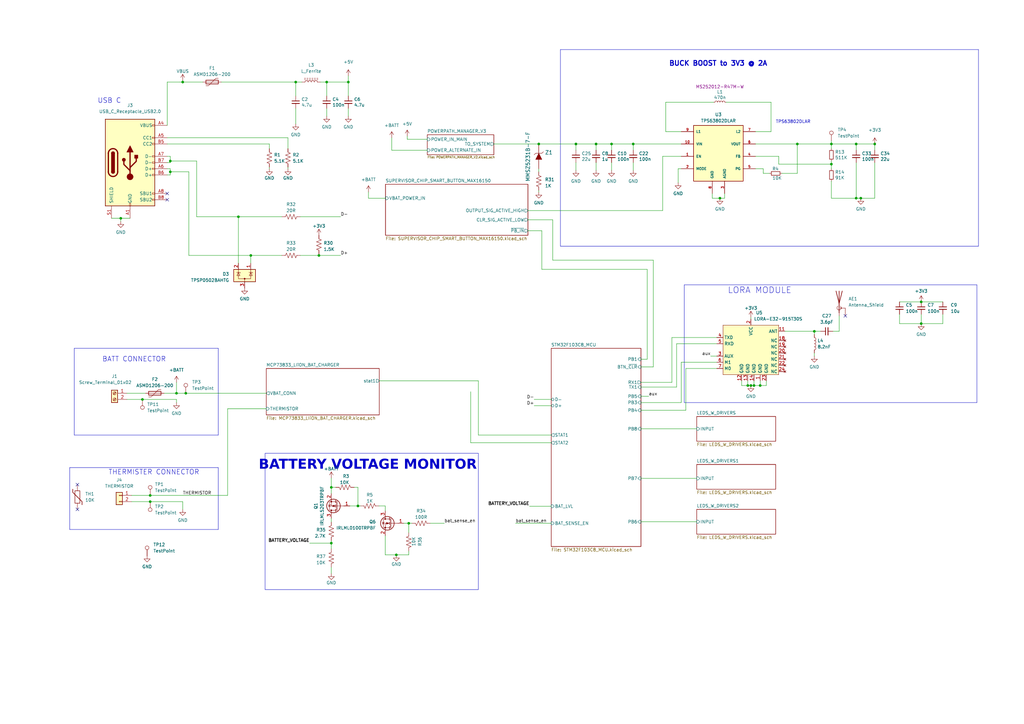
<source format=kicad_sch>
(kicad_sch (version 20230121) (generator eeschema)
  (paper "A3")
  (lib_symbols
    (symbol "Connector:Screw_Terminal_01x02" (pin_names (offset 1.016) hide)
      (property "Reference" "J" (at 0 2.54 0))
      (property "Value" "Screw_Terminal_01x02" (at 0 -5.08 0))
      (symbol "Screw_Terminal_01x02_1_1"
        (pin passive line (at -5.08 0 0) (length 3.81) (name "Pin_1") (number "1"))
        (pin passive line (at -5.08 -2.54 0) (length 3.81) (name "Pin_2") (number "2"))
      )
    )
    (symbol "Connector:TestPoint" (pin_numbers hide) (pin_names (offset 0.762) hide)
      (property "Reference" "TP" (at 0 6.858 0))
      (property "Value" "TestPoint" (at 0 5.08 0))
      (symbol "TestPoint_1_1"
        (pin passive line (at 0 0 90) (length 2.54) (name "1") (number "1"))
      )
    )
    (symbol "Connector:USB_C_Receptacle_USB2.0" (pin_names (offset 1.016))
      (property "Reference" "J" (at -10.16 19.05 0))
      (property "Value" "USB_C_Receptacle_USB2.0" (at 19.05 19.05 0))
      (symbol "USB_C_Receptacle_USB2.0_1_1"
        (pin passive line (at 0 -22.86 90) (length 5.08) (name "GND") (number "A1"))
        (pin passive line (at 0 -22.86 90) (length 5.08) hide (name "GND") (number "A12"))
        (pin passive line (at 15.24 15.24 180) (length 5.08) (name "VBUS") (number "A4"))
        (pin bidirectional line (at 15.24 10.16 180) (length 5.08) (name "CC1") (number "A5"))
        (pin bidirectional line (at 15.24 -2.54 180) (length 5.08) (name "D+") (number "A6"))
        (pin bidirectional line (at 15.24 2.54 180) (length 5.08) (name "D-") (number "A7"))
        (pin bidirectional line (at 15.24 -12.7 180) (length 5.08) (name "SBU1") (number "A8"))
        (pin passive line (at 15.24 15.24 180) (length 5.08) hide (name "VBUS") (number "A9"))
        (pin passive line (at 0 -22.86 90) (length 5.08) hide (name "GND") (number "B1"))
        (pin passive line (at 0 -22.86 90) (length 5.08) hide (name "GND") (number "B12"))
        (pin passive line (at 15.24 15.24 180) (length 5.08) hide (name "VBUS") (number "B4"))
        (pin bidirectional line (at 15.24 7.62 180) (length 5.08) (name "CC2") (number "B5"))
        (pin bidirectional line (at 15.24 -5.08 180) (length 5.08) (name "D+") (number "B6"))
        (pin bidirectional line (at 15.24 0 180) (length 5.08) (name "D-") (number "B7"))
        (pin bidirectional line (at 15.24 -15.24 180) (length 5.08) (name "SBU2") (number "B8"))
        (pin passive line (at 15.24 15.24 180) (length 5.08) hide (name "VBUS") (number "B9"))
        (pin passive line (at -7.62 -22.86 90) (length 5.08) (name "SHIELD") (number "S1"))
      )
    )
    (symbol "Connector_Generic:Conn_01x02" (pin_names (offset 1.016) hide)
      (property "Reference" "J" (at 0 2.54 0))
      (property "Value" "Conn_01x02" (at 0 -5.08 0))
      (symbol "Conn_01x02_1_1"
        (pin passive line (at -5.08 0 0) (length 3.81) (name "Pin_1") (number "1"))
        (pin passive line (at -5.08 -2.54 0) (length 3.81) (name "Pin_2") (number "2"))
      )
    )
    (symbol "Device:Antenna_Shield" (pin_numbers hide) (pin_names (offset 1.016) hide)
      (property "Reference" "AE" (at -1.905 4.445 0))
      (property "Value" "Antenna_Shield" (at -1.905 2.54 0))
      (symbol "Antenna_Shield_1_1"
        (pin input line (at 0 -5.08 90) (length 2.54) (name "A") (number "1"))
        (pin input line (at 2.54 -5.08 90) (length 2.54) (name "Shield") (number "2"))
      )
    )
    (symbol "Device:C_Small" (pin_numbers hide) (pin_names (offset 0.254) hide)
      (property "Reference" "C" (at 0.254 1.778 0))
      (property "Value" "C_Small" (at 0.254 -2.032 0))
      (symbol "C_Small_1_1"
        (pin passive line (at 0 2.54 270) (length 2.032) (name "~") (number "1"))
        (pin passive line (at 0 -2.54 90) (length 2.032) (name "~") (number "2"))
      )
    )
    (symbol "Device:L" (pin_numbers hide) (pin_names (offset 1.016) hide)
      (property "Reference" "L" (at -1.27 0 90))
      (property "Value" "L" (at 1.905 0 90))
      (symbol "L_1_1"
        (pin passive line (at 0 3.81 270) (length 1.27) (name "1") (number "1"))
        (pin passive line (at 0 -3.81 90) (length 1.27) (name "2") (number "2"))
      )
    )
    (symbol "Device:L_Ferrite" (pin_numbers hide) (pin_names (offset 1.016) hide)
      (property "Reference" "L" (at -1.27 0 90))
      (property "Value" "L_Ferrite" (at 2.794 0 90))
      (symbol "L_Ferrite_1_1"
        (pin passive line (at 0 3.81 270) (length 1.27) (name "1") (number "1"))
        (pin passive line (at 0 -3.81 90) (length 1.27) (name "2") (number "2"))
      )
    )
    (symbol "Device:L_Small" (pin_numbers hide) (pin_names (offset 0.254) hide)
      (property "Reference" "L" (at 0.762 1.016 0))
      (property "Value" "L_Small" (at 0.762 -1.016 0))
      (symbol "L_Small_1_1"
        (pin passive line (at 0 2.54 270) (length 0.508) (name "~") (number "1"))
        (pin passive line (at 0 -2.54 90) (length 0.508) (name "~") (number "2"))
      )
    )
    (symbol "Device:Polyfuse" (pin_numbers hide) (pin_names (offset 0))
      (property "Reference" "F" (at -2.54 0 90))
      (property "Value" "Polyfuse" (at 2.54 0 90))
      (symbol "Polyfuse_1_1"
        (pin passive line (at 0 3.81 270) (length 1.27) (name "~") (number "1"))
        (pin passive line (at 0 -3.81 90) (length 1.27) (name "~") (number "2"))
      )
    )
    (symbol "Device:Q_NMOS_GSD" (pin_names (offset 0) hide)
      (property "Reference" "Q" (at 5.08 1.27 0))
      (property "Value" "Q_NMOS_GSD" (at 5.08 -1.27 0))
      (symbol "Q_NMOS_GSD_1_1"
        (pin input line (at -5.08 0 0) (length 2.54) (name "G") (number "1"))
        (pin passive line (at 2.54 -5.08 90) (length 2.54) (name "S") (number "2"))
        (pin passive line (at 2.54 5.08 270) (length 2.54) (name "D") (number "3"))
      )
    )
    (symbol "Device:Q_PMOS_GSD" (pin_names (offset 0) hide)
      (property "Reference" "Q" (at 5.08 1.27 0))
      (property "Value" "Q_PMOS_GSD" (at 5.08 -1.27 0))
      (symbol "Q_PMOS_GSD_1_1"
        (pin input line (at -5.08 0 0) (length 2.54) (name "G") (number "1"))
        (pin passive line (at 2.54 -5.08 90) (length 2.54) (name "S") (number "2"))
        (pin passive line (at 2.54 5.08 270) (length 2.54) (name "D") (number "3"))
      )
    )
    (symbol "Device:R_Small" (pin_numbers hide) (pin_names (offset 0.254) hide)
      (property "Reference" "R" (at 0.762 0.508 0))
      (property "Value" "R_Small" (at 0.762 -1.016 0))
      (symbol "R_Small_1_1"
        (pin passive line (at 0 2.54 270) (length 0.762) (name "~") (number "1"))
        (pin passive line (at 0 -2.54 90) (length 0.762) (name "~") (number "2"))
      )
    )
    (symbol "Device:R_US" (pin_numbers hide) (pin_names (offset 0))
      (property "Reference" "R" (at 2.54 0 90))
      (property "Value" "R_US" (at -2.54 0 90))
      (symbol "R_US_1_1"
        (pin passive line (at 0 3.81 270) (length 1.27) (name "~") (number "1"))
        (pin passive line (at 0 -3.81 90) (length 1.27) (name "~") (number "2"))
      )
    )
    (symbol "Device:Thermistor" (pin_numbers hide) (pin_names (offset 0))
      (property "Reference" "TH" (at 2.54 1.27 90))
      (property "Value" "Thermistor" (at -2.54 0 90))
      (symbol "Thermistor_1_1"
        (pin passive line (at 0 5.08 270) (length 2.54) (name "~") (number "1"))
        (pin passive line (at 0 -5.08 90) (length 2.54) (name "~") (number "2"))
      )
    )
    (symbol "GCL_Integrated-Circuits:LORA-E32-915T30S"
      (property "Reference" "U" (at 3.81 3.81 0))
      (property "Value" "LORA-E32-915T30S" (at 3.81 1.27 0))
      (symbol "LORA-E32-915T30S_0_0"
        (pin power_in line (at 19.05 -24.13 90) (length 2.54) (name "GND") (number "1"))
        (pin power_in line (at 29.21 -3.81 180) (length 2.54) (name "ANT") (number "11"))
        (pin power_in line (at 11.43 -24.13 90) (length 2.54) (name "GND") (number "12"))
        (pin power_in line (at 13.97 -24.13 90) (length 2.54) (name "GND") (number "13"))
        (pin power_in line (at 16.51 -24.13 90) (length 2.54) (name "GND") (number "14"))
        (pin no_connect line (at 29.21 -7.62 180) (length 2.54) (name "NC") (number "18"))
        (pin no_connect line (at 29.21 -10.16 180) (length 2.54) (name "NC") (number "19"))
        (pin power_in line (at 15.24 1.27 270) (length 2.54) (name "VCC") (number "2"))
        (pin no_connect line (at 29.21 -12.7 180) (length 2.54) (name "NC") (number "20"))
        (pin no_connect line (at 29.21 -15.24 180) (length 2.54) (name "NC") (number "21"))
        (pin no_connect line (at 29.21 -17.78 180) (length 2.54) (name "NC") (number "22"))
        (pin power_in line (at 21.59 -24.13 90) (length 2.54) (name "GND") (number "23"))
        (pin no_connect line (at 29.21 -20.32 180) (length 2.54) (name "NC") (number "24"))
        (pin output line (at 1.27 -13.97 0) (length 2.54) (name "AUX") (number "3"))
        (pin passive line (at 1.27 -6.35 0) (length 2.54) (name "TXD") (number "4"))
        (pin passive line (at 1.27 -8.89 0) (length 2.54) (name "RXD") (number "5"))
        (pin passive line (at 1.27 -16.51 0) (length 2.54) (name "M1") (number "6"))
        (pin passive line (at 1.27 -19.05 0) (length 2.54) (name "M0") (number "7"))
      )
    )
    (symbol "Power_Protection:SP0502BAHT" (pin_names hide)
      (property "Reference" "D" (at 5.715 2.54 0))
      (property "Value" "SP0502BAHT" (at 5.715 0.635 0))
      (symbol "SP0502BAHT_0_0"
        (pin passive line (at 0 -5.08 90) (length 2.54) (name "A") (number "3"))
      )
      (symbol "SP0502BAHT_1_1"
        (pin passive line (at -2.54 5.08 270) (length 2.54) (name "K") (number "1"))
        (pin passive line (at 2.54 5.08 270) (length 2.54) (name "K") (number "2"))
      )
    )
    (symbol "TPS63802DLAR:TPS63802DLAR" (pin_names (offset 1.016))
      (property "Reference" "U?" (at 0 17.78 0))
      (property "Value" "TPS63802DLAR" (at 0 15.24 0))
      (symbol "TPS63802DLAR_0_0"
        (pin input line (at -15.24 0 0) (length 5.08) (name "EN") (number "1"))
        (pin input line (at -15.24 5.08 0) (length 5.08) (name "VIN") (number "10"))
        (pin input line (at -15.24 -5.08 0) (length 5.08) (name "MODE") (number "2"))
        (pin power_in line (at 2.54 -15.24 90) (length 5.08) (name "AGND") (number "3"))
        (pin input line (at 15.24 0 180) (length 5.08) (name "FB") (number "4"))
        (pin output line (at 15.24 -5.08 180) (length 5.08) (name "PG") (number "5"))
        (pin output line (at 15.24 5.08 180) (length 5.08) (name "VOUT") (number "6"))
        (pin passive line (at 15.24 10.16 180) (length 5.08) (name "L2") (number "7"))
        (pin power_in line (at -2.54 -15.24 90) (length 5.08) (name "GND") (number "8"))
        (pin passive line (at -15.24 10.16 0) (length 5.08) (name "L1") (number "9"))
      )
    )
    (symbol "dk_Diodes-Zener-Single:MMSZ5231B-7-F" (pin_numbers hide) (pin_names (offset 0) hide)
      (property "Reference" "Z" (at 0 3.81 0))
      (property "Value" "MMSZ5231B-7-F" (at 0 -3.81 0))
      (symbol "MMSZ5231B-7-F_1_1"
        (pin passive line (at -5.08 0 0) (length 3.81) (name "~") (number "A"))
        (pin passive line (at 5.08 0 180) (length 3.81) (name "~") (number "K"))
      )
    )
    (symbol "power:+3V3" (power) (pin_names (offset 0))
      (property "Value" "+3V3" (at 0 3.556 0))
      (symbol "+3V3_1_1"
        (pin power_in line (at 0 0 90) (length 0) hide (name "+3V3") (number "1"))
      )
    )
    (symbol "power:+5V" (power) (pin_names (offset 0))
      (property "Value" "+5V" (at 0 3.556 0))
      (symbol "+5V_1_1"
        (pin power_in line (at 0 0 90) (length 0) hide (name "+5V") (number "1"))
      )
    )
    (symbol "power:+BATT" (power) (pin_names (offset 0))
      (property "Value" "+BATT" (at 0 3.556 0))
      (symbol "+BATT_1_1"
        (pin power_in line (at 0 0 90) (length 0) hide (name "+BATT") (number "1"))
      )
    )
    (symbol "power:GND" (power) (pin_names (offset 0))
      (property "Value" "GND" (at 0 -3.81 0))
      (symbol "GND_1_1"
        (pin power_in line (at 0 0 270) (length 0) hide (name "GND") (number "1"))
      )
    )
    (symbol "power:VBUS" (power) (pin_names (offset 0))
      (property "Value" "VBUS" (at 0 3.81 0))
      (symbol "VBUS_1_1"
        (pin power_in line (at 0 0 90) (length 0) hide (name "VBUS") (number "1"))
      )
    )
  )
  (junction (at 69.85 70.485))
  (junction (at 295.275 81.28))
  (junction (at 49.53 89.535))
  (junction (at 167.64 214.63))
  (junction (at 121.285 33.655))
  (junction (at 97.79 88.9))
  (junction (at 351.155 59.055))
  (junction (at 377.825 123.825))
  (junction (at 58.42 163.83))
  (junction (at 327.025 59.055))
  (junction (at 146.812 207.518))
  (junction (at 351.155 81.28))
  (junction (at 334.01 135.89))
  (junction (at 142.875 33.655))
  (junction (at 358.775 59.055))
  (junction (at 133.985 33.655))
  (junction (at 236.22 59.055))
  (junction (at 340.995 59.055))
  (junction (at 135.89 199.898))
  (junction (at 130.81 104.775))
  (junction (at 340.995 67.31))
  (junction (at 311.785 158.115))
  (junction (at 353.06 81.28))
  (junction (at 309.245 158.115))
  (junction (at 69.85 66.04))
  (junction (at 259.715 59.055))
  (junction (at 250.825 59.055))
  (junction (at 162.56 227.584))
  (junction (at 61.595 205.74))
  (junction (at 244.475 59.055))
  (junction (at 76.2 161.29))
  (junction (at 72.39 161.29))
  (junction (at 135.89 222.758))
  (junction (at 377.825 132.715))
  (junction (at 306.705 158.115))
  (junction (at 307.975 158.115))
  (junction (at 74.93 33.655))
  (junction (at 102.87 104.775))
  (junction (at 61.595 203.2))
  (junction (at 220.98 59.055))
  (no_connect (at 31.75 208.915))
  (no_connect (at 31.75 198.755))
  (no_connect (at 346.71 129.54))
  (no_connect (at 68.58 81.915))
  (no_connect (at 68.58 79.375))
  (wire (pts (xy 74.93 33.655) (xy 83.185 33.655)))
  (wire (pts (xy 277.495 158.75) (xy 262.89 158.75)))
  (wire (pts (xy 155.575 156.21) (xy 196.215 156.21)))
  (wire (pts (xy 262.89 156.845) (xy 275.59 156.845)))
  (wire (pts (xy 80.645 66.04) (xy 80.645 88.9)))
  (wire (pts (xy 131.445 33.655) (xy 133.985 33.655)))
  (wire (pts (xy 279.4 53.975) (xy 273.05 53.975)))
  (wire (pts (xy 168.91 214.63) (xy 167.64 214.63)))
  (wire (pts (xy 220.98 59.055) (xy 236.22 59.055)))
  (wire (pts (xy 68.58 33.655) (xy 68.58 51.435)))
  (wire (pts (xy 90.805 33.655) (xy 121.285 33.655)))
  (polyline (pts (xy 28.575 191.77) (xy 89.535 191.77)))
  (wire (pts (xy 142.875 31.115) (xy 142.875 33.655)))
  (wire (pts (xy 72.39 165.1) (xy 72.39 163.83)))
  (wire (pts (xy 69.85 70.485) (xy 69.85 69.215)))
  (wire (pts (xy 68.58 66.675) (xy 69.85 66.675)))
  (wire (pts (xy 259.715 59.055) (xy 279.4 59.055)))
  (wire (pts (xy 358.775 59.055) (xy 358.775 61.595)))
  (wire (pts (xy 340.995 81.28) (xy 351.155 81.28)))
  (wire (pts (xy 93.345 167.64) (xy 93.345 203.2)))
  (wire (pts (xy 77.47 104.775) (xy 102.87 104.775)))
  (wire (pts (xy 167.64 227.584) (xy 162.56 227.584)))
  (wire (pts (xy 145.288 199.898) (xy 146.812 199.898)))
  (wire (pts (xy 123.19 88.9) (xy 139.7 88.9)))
  (wire (pts (xy 167.64 218.44) (xy 167.64 214.63)))
  (wire (pts (xy 146.812 207.518) (xy 143.51 207.518)))
  (wire (pts (xy 160.655 56.515) (xy 160.655 61.595)))
  (wire (pts (xy 313.055 69.215) (xy 313.055 71.12)))
  (wire (pts (xy 167.64 227.584) (xy 167.64 226.06)))
  (wire (pts (xy 351.155 59.055) (xy 358.775 59.055)))
  (wire (pts (xy 351.155 81.28) (xy 353.06 81.28)))
  (wire (pts (xy 45.72 89.535) (xy 49.53 89.535)))
  (wire (pts (xy 275.59 138.43) (xy 294.005 138.43)))
  (wire (pts (xy 244.475 66.675) (xy 244.475 69.85)))
  (wire (pts (xy 110.49 68.58) (xy 110.49 69.215)))
  (polyline (pts (xy 400.685 165.1) (xy 280.67 165.1)))
  (wire (pts (xy 193.04 181.61) (xy 193.04 160.655)))
  (wire (pts (xy 262.89 196.215) (xy 285.75 196.215)))
  (wire (pts (xy 74.93 205.74) (xy 74.93 208.915)))
  (wire (pts (xy 61.595 203.2) (xy 93.345 203.2)))
  (wire (pts (xy 226.695 90.17) (xy 226.695 106.68)))
  (wire (pts (xy 121.285 44.45) (xy 121.285 50.8)))
  (wire (pts (xy 279.4 165.1) (xy 279.4 148.59)))
  (wire (pts (xy 309.245 158.115) (xy 311.785 158.115)))
  (wire (pts (xy 167.005 57.15) (xy 175.26 57.15)))
  (wire (pts (xy 216.535 90.17) (xy 226.695 90.17)))
  (wire (pts (xy 226.06 166.37) (xy 219.075 166.37)))
  (wire (pts (xy 244.475 59.055) (xy 244.475 61.595)))
  (wire (pts (xy 309.245 156.21) (xy 309.245 158.115)))
  (wire (pts (xy 351.155 66.675) (xy 351.155 81.28)))
  (wire (pts (xy 76.2 161.29) (xy 109.22 161.29)))
  (wire (pts (xy 262.89 162.56) (xy 266.065 162.56)))
  (wire (pts (xy 72.39 161.29) (xy 72.39 156.845)))
  (wire (pts (xy 196.215 156.21) (xy 196.215 178.435)))
  (wire (pts (xy 340.995 67.31) (xy 340.995 66.04)))
  (wire (pts (xy 334.01 137.16) (xy 334.01 135.89)))
  (polyline (pts (xy 89.535 191.77) (xy 89.535 217.17)))
  (wire (pts (xy 196.215 178.435) (xy 226.06 178.435)))
  (wire (pts (xy 250.825 66.675) (xy 250.825 69.85)))
  (wire (pts (xy 157.988 207.518) (xy 155.448 207.518)))
  (wire (pts (xy 121.285 33.655) (xy 121.285 39.37)))
  (wire (pts (xy 341.63 135.89) (xy 344.17 135.89)))
  (wire (pts (xy 97.79 88.9) (xy 115.57 88.9)))
  (wire (pts (xy 69.85 69.215) (xy 68.58 69.215)))
  (wire (pts (xy 267.97 150.495) (xy 267.97 106.68)))
  (wire (pts (xy 265.43 110.49) (xy 265.43 147.32)))
  (wire (pts (xy 135.89 232.664) (xy 135.89 235.204)))
  (wire (pts (xy 142.875 44.45) (xy 142.875 47.625)))
  (wire (pts (xy 316.23 53.975) (xy 309.88 53.975)))
  (wire (pts (xy 68.58 33.655) (xy 74.93 33.655)))
  (wire (pts (xy 69.85 64.135) (xy 68.58 64.135)))
  (wire (pts (xy 297.815 41.91) (xy 316.23 41.91)))
  (wire (pts (xy 222.25 94.615) (xy 222.25 110.49)))
  (wire (pts (xy 69.85 70.485) (xy 77.47 70.485)))
  (wire (pts (xy 368.935 123.825) (xy 377.825 123.825)))
  (wire (pts (xy 294.005 140.97) (xy 277.495 140.97)))
  (wire (pts (xy 67.31 161.29) (xy 72.39 161.29)))
  (wire (pts (xy 307.975 130.175) (xy 307.975 130.81)))
  (wire (pts (xy 118.11 68.58) (xy 118.11 69.215)))
  (wire (pts (xy 278.13 69.215) (xy 278.13 74.93)))
  (wire (pts (xy 340.995 81.28) (xy 340.995 74.295)))
  (wire (pts (xy 353.06 81.28) (xy 358.775 81.28)))
  (wire (pts (xy 202.565 59.055) (xy 220.98 59.055)))
  (wire (pts (xy 147.828 207.518) (xy 146.812 207.518)))
  (wire (pts (xy 297.18 81.28) (xy 297.18 79.375)))
  (wire (pts (xy 135.89 222.758) (xy 127 222.758)))
  (wire (pts (xy 368.935 128.905) (xy 368.935 132.715)))
  (wire (pts (xy 334.01 146.05) (xy 334.01 144.78)))
  (wire (pts (xy 216.535 94.615) (xy 222.25 94.615)))
  (wire (pts (xy 133.985 33.655) (xy 133.985 39.37)))
  (wire (pts (xy 262.89 147.32) (xy 265.43 147.32)))
  (wire (pts (xy 211.455 214.63) (xy 226.06 214.63)))
  (wire (pts (xy 368.935 132.715) (xy 377.825 132.715)))
  (wire (pts (xy 311.785 156.21) (xy 311.785 158.115)))
  (wire (pts (xy 309.88 59.055) (xy 327.025 59.055)))
  (wire (pts (xy 157.988 227.584) (xy 157.988 219.71)))
  (wire (pts (xy 109.22 167.64) (xy 93.345 167.64)))
  (wire (pts (xy 292.1 81.28) (xy 295.275 81.28)))
  (wire (pts (xy 271.78 64.135) (xy 279.4 64.135)))
  (wire (pts (xy 262.89 175.895) (xy 285.75 175.895)))
  (wire (pts (xy 102.87 104.775) (xy 115.57 104.775)))
  (wire (pts (xy 321.945 135.89) (xy 334.01 135.89)))
  (wire (pts (xy 262.89 213.995) (xy 285.75 213.995)))
  (polyline (pts (xy 89.535 142.875) (xy 89.535 178.435)))
  (polyline (pts (xy 30.48 142.875) (xy 89.535 142.875)))
  (wire (pts (xy 273.05 41.91) (xy 292.735 41.91)))
  (wire (pts (xy 277.495 140.97) (xy 277.495 158.75)))
  (polyline (pts (xy 229.87 20.32) (xy 401.32 20.32)))
  (wire (pts (xy 313.055 71.12) (xy 315.595 71.12)))
  (wire (pts (xy 77.47 70.485) (xy 77.47 104.775)))
  (wire (pts (xy 53.975 205.74) (xy 61.595 205.74)))
  (wire (pts (xy 319.405 67.31) (xy 340.995 67.31)))
  (wire (pts (xy 167.005 55.88) (xy 167.005 57.15)))
  (wire (pts (xy 309.88 69.215) (xy 313.055 69.215)))
  (wire (pts (xy 340.995 59.055) (xy 340.995 60.96)))
  (wire (pts (xy 53.975 203.2) (xy 61.595 203.2)))
  (wire (pts (xy 142.875 33.655) (xy 142.875 39.37)))
  (wire (pts (xy 306.705 156.21) (xy 306.705 158.115)))
  (wire (pts (xy 377.825 123.825) (xy 386.715 123.825)))
  (polyline (pts (xy 89.535 178.435) (xy 30.48 178.435)))
  (wire (pts (xy 314.325 158.115) (xy 314.325 156.21)))
  (wire (pts (xy 358.775 66.675) (xy 358.775 81.28)))
  (wire (pts (xy 281.305 168.275) (xy 281.305 151.13)))
  (polyline (pts (xy 400.685 116.84) (xy 400.685 165.1)))
  (wire (pts (xy 130.81 104.775) (xy 139.7 104.775)))
  (wire (pts (xy 135.89 196.088) (xy 135.89 199.898)))
  (wire (pts (xy 167.64 214.63) (xy 165.608 214.63)))
  (wire (pts (xy 340.995 67.31) (xy 340.995 69.215)))
  (wire (pts (xy 135.89 225.044) (xy 135.89 222.758)))
  (wire (pts (xy 74.93 33.02) (xy 74.93 33.655)))
  (wire (pts (xy 259.715 66.675) (xy 259.715 69.85)))
  (wire (pts (xy 304.165 156.21) (xy 304.165 158.115)))
  (wire (pts (xy 278.13 69.215) (xy 279.4 69.215)))
  (wire (pts (xy 133.985 33.655) (xy 142.875 33.655)))
  (wire (pts (xy 72.39 163.83) (xy 58.42 163.83)))
  (wire (pts (xy 118.11 56.515) (xy 118.11 60.96)))
  (wire (pts (xy 146.812 207.518) (xy 146.812 199.898)))
  (wire (pts (xy 295.275 81.28) (xy 297.18 81.28)))
  (wire (pts (xy 377.825 132.715) (xy 386.715 132.715)))
  (wire (pts (xy 334.01 135.89) (xy 336.55 135.89)))
  (wire (pts (xy 58.42 163.83) (xy 52.07 163.83)))
  (wire (pts (xy 69.85 66.04) (xy 69.85 64.135)))
  (polyline (pts (xy 229.87 100.965) (xy 401.32 100.965)))
  (wire (pts (xy 226.06 163.83) (xy 219.075 163.83)))
  (wire (pts (xy 133.985 44.45) (xy 133.985 47.625)))
  (wire (pts (xy 220.98 70.485) (xy 220.98 69.215)))
  (wire (pts (xy 123.19 104.775) (xy 130.81 104.775)))
  (wire (pts (xy 351.155 59.055) (xy 351.155 61.595)))
  (wire (pts (xy 135.89 212.598) (xy 135.89 214.122)))
  (polyline (pts (xy 280.67 116.84) (xy 280.67 165.1)))
  (wire (pts (xy 130.81 104.14) (xy 130.81 104.775)))
  (wire (pts (xy 273.05 53.975) (xy 273.05 41.91)))
  (wire (pts (xy 236.22 59.055) (xy 236.22 61.595)))
  (wire (pts (xy 61.595 205.74) (xy 74.93 205.74)))
  (wire (pts (xy 236.22 59.055) (xy 244.475 59.055)))
  (polyline (pts (xy 229.87 20.32) (xy 229.87 100.965)))
  (wire (pts (xy 176.53 214.63) (xy 182.245 214.63)))
  (wire (pts (xy 222.25 110.49) (xy 265.43 110.49)))
  (wire (pts (xy 275.59 156.845) (xy 275.59 138.43)))
  (wire (pts (xy 262.89 150.495) (xy 267.97 150.495)))
  (wire (pts (xy 121.285 33.655) (xy 123.825 33.655)))
  (wire (pts (xy 316.23 41.91) (xy 316.23 53.975)))
  (wire (pts (xy 97.79 88.9) (xy 97.79 107.95)))
  (wire (pts (xy 69.85 71.755) (xy 69.85 70.485)))
  (wire (pts (xy 175.26 61.595) (xy 160.655 61.595)))
  (wire (pts (xy 102.87 104.775) (xy 102.87 107.95)))
  (wire (pts (xy 158.115 81.28) (xy 151.13 81.28)))
  (wire (pts (xy 281.305 151.13) (xy 294.005 151.13)))
  (wire (pts (xy 307.975 158.115) (xy 309.245 158.115)))
  (wire (pts (xy 135.89 221.742) (xy 135.89 222.758)))
  (wire (pts (xy 80.645 88.9) (xy 97.79 88.9)))
  (wire (pts (xy 68.58 71.755) (xy 69.85 71.755)))
  (wire (pts (xy 226.06 181.61) (xy 193.04 181.61)))
  (wire (pts (xy 69.85 66.675) (xy 69.85 66.04)))
  (wire (pts (xy 319.405 67.31) (xy 319.405 64.135)))
  (wire (pts (xy 306.705 158.115) (xy 307.975 158.115)))
  (wire (pts (xy 386.715 132.715) (xy 386.715 128.905)))
  (wire (pts (xy 226.06 207.645) (xy 217.17 207.645)))
  (wire (pts (xy 319.405 64.135) (xy 309.88 64.135)))
  (wire (pts (xy 250.825 59.055) (xy 259.715 59.055)))
  (wire (pts (xy 135.89 199.898) (xy 135.89 202.438)))
  (wire (pts (xy 267.97 106.68) (xy 226.695 106.68)))
  (wire (pts (xy 220.98 78.105) (xy 220.98 78.74)))
  (wire (pts (xy 72.39 161.29) (xy 76.2 161.29)))
  (wire (pts (xy 311.785 158.115) (xy 314.325 158.115)))
  (wire (pts (xy 304.165 158.115) (xy 306.705 158.115)))
  (wire (pts (xy 69.85 66.04) (xy 80.645 66.04)))
  (wire (pts (xy 271.78 86.36) (xy 271.78 64.135)))
  (wire (pts (xy 377.825 128.905) (xy 377.825 132.715)))
  (wire (pts (xy 110.49 59.055) (xy 110.49 60.96)))
  (wire (pts (xy 162.56 227.584) (xy 157.988 227.584)))
  (wire (pts (xy 320.675 71.12) (xy 327.025 71.12)))
  (wire (pts (xy 344.17 129.54) (xy 344.17 135.89)))
  (wire (pts (xy 52.07 161.29) (xy 59.69 161.29)))
  (wire (pts (xy 68.58 56.515) (xy 118.11 56.515)))
  (wire (pts (xy 279.4 148.59) (xy 294.005 148.59)))
  (polyline (pts (xy 30.48 142.875) (xy 30.48 178.435)))
  (polyline (pts (xy 28.575 191.77) (xy 28.575 217.17)))
  (wire (pts (xy 259.715 59.055) (xy 259.715 61.595)))
  (wire (pts (xy 340.995 59.055) (xy 351.155 59.055)))
  (wire (pts (xy 216.535 86.36) (xy 271.78 86.36)))
  (wire (pts (xy 327.025 59.055) (xy 340.995 59.055)))
  (wire (pts (xy 340.995 57.785) (xy 340.995 59.055)))
  (polyline (pts (xy 280.67 116.84) (xy 400.685 116.84)))
  (wire (pts (xy 291.465 146.05) (xy 294.005 146.05)))
  (wire (pts (xy 250.825 59.055) (xy 250.825 61.595)))
  (wire (pts (xy 135.89 199.898) (xy 137.668 199.898)))
  (wire (pts (xy 292.1 79.375) (xy 292.1 81.28)))
  (wire (pts (xy 157.988 209.55) (xy 157.988 207.518)))
  (polyline (pts (xy 401.32 100.965) (xy 401.32 20.32)))
  (wire (pts (xy 236.22 66.675) (xy 236.22 69.85)))
  (wire (pts (xy 262.89 168.275) (xy 281.305 168.275)))
  (wire (pts (xy 262.89 165.1) (xy 279.4 165.1)))
  (wire (pts (xy 327.025 71.12) (xy 327.025 59.055)))
  (wire (pts (xy 68.58 59.055) (xy 110.49 59.055)))
  (polyline (pts (xy 89.535 217.17) (xy 28.575 217.17)))
  (wire (pts (xy 49.53 89.535) (xy 49.53 90.805)))
  (wire (pts (xy 151.13 78.74) (xy 151.13 81.28)))
  (wire (pts (xy 49.53 89.535) (xy 53.34 89.535)))
  (wire (pts (xy 244.475 59.055) (xy 250.825 59.055)))
  (rectangle (start 108.712 241.808) (end 196.215 185.928))
  (text "BUCK BOOST to 3V3 @ 2A" (at 274.32 27.305 0) (effects (font (size 2 2) (thickness 0.4) bold) (justify left bottom)))
  (text "LORA MODULE" (at 298.45 120.65 0) (effects (font (size 2.5 2.5)) (justify left bottom)))
  (text "BATT CONNECTOR" (at 41.91 148.59 0) (effects (font (size 2 2)) (justify left bottom)))
  (text "USB C" (at 40.005 42.545 0) (effects (font (size 2 2)) (justify left bottom)))
  (text "BATTERY VOLTAGE MONITOR" (at 195.58 194.183 0) (effects (font (size 4 4) bold) (justify right bottom)))
  (text "TPS63802DLAR" (at 318.135 50.8 0) (effects (font (size 1.27 1.27)) (justify left bottom)))
  (text "THERMISTER CONNECTOR" (at 44.45 194.945 0) (effects (font (size 2 2)) (justify left bottom)))
  (label "D+" (at 219.075 166.37 180))
  (label "D+" (at 139.7 104.775 0))
  (label "D-" (at 219.075 163.83 180))
  (label "aux" (at 266.065 162.56 0))
  (label "D-" (at 139.7 88.9 0))
  (label "bat_sense_en" (at 182.245 214.63 0))
  (label "aux" (at 291.465 146.05 180))
  (label "BATTERY_VOLTAGE" (at 127 222.758 180) (effects (font bold)))
  (label "BATTERY_VOLTAGE" (at 217.17 207.645 180) (effects (font bold)))
  (label "THERMISTOR" (at 74.93 203.2 0))
  (label "bat_sense_en" (at 211.455 214.63 0))
  (symbol (lib_id "power:GND") (at 162.56 227.584 0) (mirror y) (unit 1)
    (property "Reference" "#PWR032" (effects hide))
    (property "Value" "GND" (at 162.56 231.394 0))
  )
  (symbol (lib_id "Device:R_US") (at 141.478 199.898 90) (mirror x) (unit 1)
    (property "Reference" "R3" (at 143.256 195.326 90) (effects (justify left)))
    (property "Value" "10K" (at 143.256 197.866 90) (effects (justify left)))
    (property "Footprint" "Resistor_SMD:R_0402_1005Metric" (effects hide))
  )
  (symbol (lib_id "power:GND") (at 334.01 146.05 0) (unit 1)
    (property "Reference" "#PWR0118" (effects hide))
    (property "Value" "GND" (at 334.01 150.495 0))
  )
  (symbol (lib_id "Device:R_US") (at 110.49 64.77 0) (unit 1)
    (property "Reference" "R1" (at 112.395 63.4999 0) (effects (justify left)))
    (property "Value" "5.1K" (at 112.395 66.0399 0) (effects (justify left)))
    (property "Footprint" "Resistor_SMD:R_0402_1005Metric" (effects hide))
  )
  (symbol (lib_id "power:GND") (at 135.89 235.204 0) (mirror y) (unit 1)
    (property "Reference" "#PWR033" (effects hide))
    (property "Value" "GND" (at 135.89 239.014 0))
  )
  (symbol (lib_id "power:GND") (at 49.53 90.805 0) (unit 1)
    (property "Reference" "#PWR01" (effects hide))
    (property "Value" "GND" (at 49.53 95.25 0))
  )
  (symbol (lib_id "Device:R_US") (at 135.89 217.932 0) (mirror y) (unit 1)
    (property "Reference" "R35" (at 133.604 217.297 0) (effects (justify left)))
    (property "Value" "2.7K" (at 133.604 219.837 0) (effects (justify left)))
    (property "Footprint" "Resistor_SMD:R_0402_1005Metric" (effects hide))
  )
  (symbol (lib_id "Device:C_Small") (at 244.475 64.135 0) (unit 1)
    (property "Reference" "C8" (at 246.8118 62.9666 0) (effects (justify left)))
    (property "Value" "1u" (at 246.8118 65.278 0) (effects (justify left)))
    (property "Footprint" "Capacitor_SMD:C_0603_1608Metric" (effects hide))
  )
  (symbol (lib_id "Connector:Screw_Terminal_01x02") (at 46.99 161.29 0) (mirror y) (unit 1)
    (property "Reference" "J1" (at 46.99 154.305 0))
    (property "Value" "Screw_Terminal_01x02" (at 43.18 156.845 0))
    (property "Footprint" "Connector_JST:JST_XH_S2B-XH-A_1x02_P2.50mm_Horizontal" (effects hide))
  )
  (symbol (lib_id "power:GND") (at 100.33 118.11 0) (unit 1)
    (property "Reference" "#PWR058" (effects hide))
    (property "Value" "GND" (at 100.33 122.555 0))
  )
  (symbol (lib_id "power:GND") (at 236.22 69.85 0) (unit 1)
    (property "Reference" "#PWR010" (effects hide))
    (property "Value" "GND" (at 236.22 74.295 0))
  )
  (symbol (lib_id "power:+5V") (at 167.005 55.88 0) (unit 1)
    (property "Reference" "#PWR09" (effects hide))
    (property "Value" "+5V" (at 167.005 50.8 0))
  )
  (symbol (lib_id "power:GND") (at 110.49 69.215 0) (unit 1)
    (property "Reference" "#PWR06" (effects hide))
    (property "Value" "GND" (at 110.49 73.025 0))
  )
  (symbol (lib_id "Device:R_US") (at 135.89 228.854 0) (mirror y) (unit 1)
    (property "Reference" "R37" (at 133.604 228.219 0) (effects (justify left)))
    (property "Value" "10K" (at 133.604 230.759 0) (effects (justify left)))
    (property "Footprint" "Resistor_SMD:R_0402_1005Metric" (effects hide))
  )
  (symbol (lib_id "Device:R_US") (at 220.98 74.295 0) (unit 1)
    (property "Reference" "R31" (at 223.52 73.66 0) (effects (justify left)))
    (property "Value" "1K" (at 223.52 76.2 0) (effects (justify left)))
    (property "Footprint" "Resistor_SMD:R_0402_1005Metric" (effects hide))
  )
  (symbol (lib_id "Device:Thermistor") (at 31.75 203.835 0) (unit 1) (on_board no)
    (property "Reference" "TH1" (at 34.925 202.5649 0) (effects (justify left)))
    (property "Value" "10K" (at 34.925 205.1049 0) (effects (justify left)))
  )
  (symbol (lib_id "power:GND") (at 72.39 165.1 0) (unit 1)
    (property "Reference" "#PWR04" (effects hide))
    (property "Value" "GND" (at 72.39 169.545 0))
  )
  (symbol (lib_id "power:GND") (at 142.875 47.625 0) (unit 1)
    (property "Reference" "#PWR0113" (effects hide))
    (property "Value" "GND" (at 142.875 52.07 0))
  )
  (symbol (lib_id "Device:C_Small") (at 133.985 41.91 0) (unit 1)
    (property "Reference" "C4" (at 136.3218 40.7416 0) (effects (justify left)))
    (property "Value" "100n" (at 136.3218 43.053 0) (effects (justify left)))
    (property "Footprint" "Capacitor_SMD:C_0603_1608Metric" (effects hide))
  )
  (symbol (lib_id "Connector:TestPoint") (at 61.595 203.2 0) (unit 1)
    (property "Reference" "TP1" (at 63.5 198.6279 0) (effects (justify left)))
    (property "Value" "TestPoint" (at 63.5 201.1679 0) (effects (justify left)))
    (property "Footprint" "brilliant-kicad-library:TestPoint_Pad_D0.9mm" (effects hide))
  )
  (symbol (lib_id "power:GND") (at 220.98 78.74 0) (unit 1)
    (property "Reference" "#PWR040" (effects hide))
    (property "Value" "GND" (at 220.98 83.185 0))
  )
  (symbol (lib_id "power:+BATT") (at 151.13 78.74 0) (unit 1)
    (property "Reference" "#PWR0104" (effects hide))
    (property "Value" "+BATT" (at 151.13 73.66 0))
  )
  (symbol (lib_id "Device:R_Small") (at 340.995 71.755 0) (unit 1)
    (property "Reference" "R14" (at 342.4936 70.5866 0) (effects (justify left)))
    (property "Value" "91K" (at 342.4936 72.898 0) (effects (justify left)))
    (property "Footprint" "Resistor_SMD:R_0603_1608Metric" (effects hide))
  )
  (symbol (lib_id "Device:C_Small") (at 259.715 64.135 0) (unit 1)
    (property "Reference" "C22" (at 262.0518 62.9666 0) (effects (justify left)))
    (property "Value" "100n" (at 262.0518 65.278 0) (effects (justify left)))
    (property "Footprint" "Capacitor_SMD:C_0402_1005Metric" (effects hide))
  )
  (symbol (lib_id "power:+BATT") (at 72.39 156.845 0) (unit 1)
    (property "Reference" "#PWR03" (effects hide))
    (property "Value" "+BATT" (at 72.39 151.765 0))
  )
  (symbol (lib_id "Power_Protection:SP0502BAHT") (at 100.33 113.03 0) (mirror y) (unit 1)
    (property "Reference" "D3" (at 93.98 112.395 0) (effects (justify left)))
    (property "Value" "TPSP0502BAHTG" (at 93.98 114.935 0) (effects (justify left)))
    (property "Footprint" "Package_TO_SOT_SMD:SOT-23" (effects hide))
    (property "Datasheet" "http://www.littelfuse.com/~/media/files/littelfuse/technical%20resources/documents/data%20sheets/sp05xxba.pdf" (effects hide))
  )
  (symbol (lib_id "power:+3V3") (at 130.81 96.52 0) (unit 1)
    (property "Reference" "#PWR060" (effects hide))
    (property "Value" "+3V3" (at 130.81 92.71 0))
  )
  (symbol (lib_id "power:GND") (at 250.825 69.85 0) (unit 1)
    (property "Reference" "#PWR0110" (effects hide))
    (property "Value" "GND" (at 250.825 74.295 0))
  )
  (symbol (lib_id "power:+5V") (at 142.875 31.115 0) (unit 1)
    (property "Reference" "#PWR0106" (effects hide))
    (property "Value" "+5V" (at 142.875 25.4 0))
  )
  (symbol (lib_id "power:GND") (at 244.475 69.85 0) (unit 1)
    (property "Reference" "#PWR0108" (effects hide))
    (property "Value" "GND" (at 244.475 74.295 0))
  )
  (symbol (lib_id "power:GND") (at 295.275 81.28 0) (unit 1)
    (property "Reference" "#PWR0111" (effects hide))
    (property "Value" "GND" (at 295.275 85.725 0))
  )
  (symbol (lib_id "power:GND") (at 259.715 69.85 0) (unit 1)
    (property "Reference" "#PWR0109" (effects hide))
    (property "Value" "GND" (at 259.715 74.295 0))
  )
  (symbol (lib_id "power:+3V3") (at 307.975 130.175 0) (unit 1)
    (property "Reference" "#PWR037" (effects hide))
    (property "Value" "+3V3" (at 307.975 126.365 0))
  )
  (symbol (lib_id "Device:L_Small") (at 295.275 41.91 90) (unit 1)
    (property "Reference" "L1" (at 295.275 37.6936 90))
    (property "Value" "470n" (at 295.275 40.005 90))
    (property "Footprint" "Inductor_SMD:L_1008_2520Metric" (effects hide))
    (property "MPN" "MS252012-R47M-W" (at 295.275 35.56 90))
  )
  (symbol (lib_id "power:+BATT") (at 160.655 56.515 0) (unit 1)
    (property "Reference" "#PWR08" (effects hide))
    (property "Value" "+BATT" (at 160.655 51.435 0))
  )
  (symbol (lib_id "Connector_Generic:Conn_01x02") (at 48.895 203.2 0) (mirror y) (unit 1)
    (property "Reference" "J4" (at 48.895 196.85 0))
    (property "Value" "THERMISTOR" (at 48.895 199.39 0))
    (property "Footprint" "Connector_JST:JST_EH_B2B-EH-A_1x02_P2.50mm_Vertical" (effects hide))
  )
  (symbol (lib_id "power:GND") (at 133.985 47.625 0) (unit 1)
    (property "Reference" "#PWR0112" (effects hide))
    (property "Value" "GND" (at 133.985 52.07 0))
  )
  (symbol (lib_id "Device:R_US") (at 119.38 88.9 90) (unit 1)
    (property "Reference" "R32" (at 119.38 83.82 90))
    (property "Value" "20R" (at 119.38 86.36 90))
    (property "Footprint" "Resistor_SMD:R_0402_1005Metric" (effects hide))
  )
  (symbol (lib_id "Device:C_Small") (at 339.09 135.89 90) (unit 1)
    (property "Reference" "C27" (at 339.0963 129.54 90))
    (property "Value" "3.6pF" (at 339.0963 132.08 90))
    (property "Footprint" "Capacitor_SMD:C_0402_1005Metric" (effects hide))
  )
  (symbol (lib_id "power:GND") (at 377.825 132.715 0) (unit 1)
    (property "Reference" "#PWR0116" (effects hide))
    (property "Value" "GND" (at 377.825 137.16 0))
  )
  (symbol (lib_id "Device:R_US") (at 172.72 214.63 90) (mirror x) (unit 1)
    (property "Reference" "R34" (at 172.72 209.55 90))
    (property "Value" "100R" (at 172.72 212.09 90))
    (property "Footprint" "Resistor_SMD:R_0402_1005Metric" (effects hide))
  )
  (symbol (lib_id "Device:C_Small") (at 358.775 64.135 0) (unit 1)
    (property "Reference" "C34" (at 361.1118 62.9666 0) (effects (justify left)))
    (property "Value" "22u" (at 361.1118 65.278 0) (effects (justify left)))
    (property "Footprint" "Capacitor_SMD:C_0603_1608Metric" (effects hide))
  )
  (symbol (lib_id "Device:Q_PMOS_GSD") (at 138.43 207.518 180) (unit 1)
    (property "Reference" "Q1" (at 129.54 207.518 90))
    (property "Value" "IRLML5203TRPBF" (at 132.08 207.518 90))
    (property "Footprint" "Package_TO_SOT_SMD:SOT-23" (effects hide))
  )
  (symbol (lib_id "power:GND") (at 74.93 208.915 0) (unit 1)
    (property "Reference" "#PWR011" (effects hide))
    (property "Value" "GND" (at 74.93 213.36 0))
  )
  (symbol (lib_id "Device:R_US") (at 167.64 222.25 0) (mirror y) (unit 1)
    (property "Reference" "R36" (at 172.212 224.028 90) (effects (justify left)))
    (property "Value" "10K" (at 169.672 224.028 90) (effects (justify left)))
    (property "Footprint" "Resistor_SMD:R_0402_1005Metric" (effects hide))
  )
  (symbol (lib_id "Device:Polyfuse") (at 86.995 33.655 90) (unit 1)
    (property "Reference" "F1" (at 86.995 27.94 90))
    (property "Value" "ASMD1206-200" (at 86.995 30.48 90))
    (property "Footprint" "Fuse:Fuse_1206_3216Metric" (effects hide))
  )
  (symbol (lib_id "power:GND") (at 278.13 74.93 0) (unit 1)
    (property "Reference" "#PWR0107" (effects hide))
    (property "Value" "GND" (at 278.13 79.375 0))
  )
  (symbol (lib_id "Device:Q_NMOS_GSD") (at 160.528 214.63 0) (mirror y) (unit 1)
    (property "Reference" "Q6" (at 154.178 213.995 0) (effects (justify left)))
    (property "Value" "IRLML0100TRPBF" (at 154.178 216.535 0) (effects (justify left)))
    (property "Footprint" "Package_TO_SOT_SMD:SOT-23" (effects hide))
  )
  (symbol (lib_id "Connector:TestPoint") (at 76.2 161.29 0) (unit 1)
    (property "Reference" "TP3" (at 78.74 156.7179 0) (effects (justify left)))
    (property "Value" "TestPoint" (at 78.74 159.2579 0) (effects (justify left)))
    (property "Footprint" "brilliant-kicad-library:TestPoint_Pad_D0.9mm" (effects hide))
  )
  (symbol (lib_id "power:GND") (at 118.11 69.215 0) (unit 1)
    (property "Reference" "#PWR07" (effects hide))
    (property "Value" "GND" (at 118.11 73.025 0))
  )
  (symbol (lib_id "Device:R_US") (at 151.638 207.518 90) (mirror x) (unit 1)
    (property "Reference" "R5" (at 151.638 202.946 90))
    (property "Value" "1K" (at 151.638 205.486 90))
    (property "Footprint" "Resistor_SMD:R_0402_1005Metric" (effects hide))
  )
  (symbol (lib_id "power:GND") (at 353.06 81.28 0) (unit 1)
    (property "Reference" "#PWR014" (effects hide))
    (property "Value" "GND" (at 353.06 85.725 0))
  )
  (symbol (lib_id "Device:R_US") (at 118.11 64.77 0) (unit 1)
    (property "Reference" "R2" (at 120.015 63.4999 0) (effects (justify left)))
    (property "Value" "5.1K" (at 120.015 66.0399 0) (effects (justify left)))
    (property "Footprint" "Resistor_SMD:R_0402_1005Metric" (effects hide))
  )
  (symbol (lib_id "Device:C_Small") (at 351.155 64.135 0) (unit 1)
    (property "Reference" "C33" (at 353.4918 62.9666 0) (effects (justify left)))
    (property "Value" "100n" (at 353.4918 65.278 0) (effects (justify left)))
    (property "Footprint" "Capacitor_SMD:C_0402_1005Metric" (effects hide))
  )
  (symbol (lib_id "power:GND") (at 307.975 158.115 0) (unit 1)
    (property "Reference" "#PWR038" (effects hide))
    (property "Value" "GND" (at 307.975 162.56 0))
  )
  (symbol (lib_id "Device:C_Small") (at 121.285 41.91 0) (unit 1)
    (property "Reference" "C2" (at 123.6218 40.7416 0) (effects (justify left)))
    (property "Value" "4.7u" (at 123.6218 43.053 0) (effects (justify left)))
    (property "Footprint" "Capacitor_SMD:C_0603_1608Metric" (effects hide))
  )
  (symbol (lib_id "power:GND") (at 121.285 50.8 0) (unit 1)
    (property "Reference" "#PWR0114" (effects hide))
    (property "Value" "GND" (at 121.285 55.245 0))
  )
  (symbol (lib_id "Connector:USB_C_Receptacle_USB2.0") (at 53.34 66.675 0) (unit 1)
    (property "Reference" "J3" (at 53.34 43.18 0))
    (property "Value" "USB_C_Receptacle_USB2.0" (at 53.34 45.72 0))
    (property "Footprint" "greencharge-footprints:MC-311D_USB_C_2.0_12PIN" (effects hide))
    (property "Datasheet" "https://www.usb.org/sites/default/files/documents/usb_type-c.zip" (effects hide))
  )
  (symbol (lib_id "Device:R_US") (at 130.81 100.33 0) (unit 1)
    (property "Reference" "R30" (at 132.715 99.695 0) (effects (justify left)))
    (property "Value" "1.5K" (at 132.715 102.235 0) (effects (justify left)))
    (property "Footprint" "Resistor_SMD:R_0402_1005Metric" (effects hide))
  )
  (symbol (lib_id "TPS63802DLAR:TPS63802DLAR") (at 294.64 64.135 0) (unit 1)
    (property "Reference" "U3" (at 294.64 46.99 0))
    (property "Value" "TPS63802DLAR" (at 294.64 49.53 0))
    (property "Footprint" "greencharge-footprints:VREG_TPS63802DLAR" (effects hide))
    (property "MANUFACTURER" "Texas Instruments" (effects hide))
    (property "STANDARD" "Manufacturer Recommendations" (effects hide))
    (property "MAXIMUM_PACKAGE_HEIGHT" "1.0 mm" (effects hide))
    (property "PARTREV" "B" (effects hide))
  )
  (symbol (lib_id "Device:R_Small") (at 340.995 63.5 0) (unit 1)
    (property "Reference" "R13" (at 342.4936 62.3316 0) (effects (justify left)))
    (property "Value" "511K" (at 342.4936 64.643 0) (effects (justify left)))
    (property "Footprint" "Resistor_SMD:R_0603_1608Metric" (effects hide))
  )
  (symbol (lib_id "Connector:TestPoint") (at 58.42 163.83 180) (unit 1)
    (property "Reference" "TP11" (at 60.325 165.8619 0) (effects (justify right)))
    (property "Value" "TestPoint" (at 60.325 168.4019 0) (effects (justify right)))
    (property "Footprint" "brilliant-kicad-library:TestPoint_Pad_D0.9mm" (effects hide))
  )
  (symbol (lib_id "Device:Antenna_Shield") (at 344.17 124.46 0) (unit 1)
    (property "Reference" "AE1" (at 347.98 122.5549 0) (effects (justify left)))
    (property "Value" "Antenna_Shield" (at 347.98 125.0949 0) (effects (justify left)))
    (property "Footprint" "greencharge-footprints:antenna-W3136" (effects hide))
  )
  (symbol (lib_id "Connector:TestPoint") (at 60.325 227.965 0) (unit 1)
    (property "Reference" "TP12" (at 62.865 223.3929 0) (effects (justify left)))
    (property "Value" "TestPoint" (at 62.865 225.9329 0) (effects (justify left)))
    (property "Footprint" "brilliant-kicad-library:TestPoint_Pad_D0.9mm" (effects hide))
  )
  (symbol (lib_id "power:+BATT") (at 135.89 196.088 0) (mirror y) (unit 1)
    (property "Reference" "#PWR031" (effects hide))
    (property "Value" "+BATT" (at 135.89 192.278 0))
  )
  (symbol (lib_id "Connector:TestPoint") (at 61.595 205.74 180) (unit 1)
    (property "Reference" "TP2" (at 63.5 207.7719 0) (effects (justify right)))
    (property "Value" "TestPoint" (at 63.5 210.3119 0) (effects (justify right)))
    (property "Footprint" "brilliant-kicad-library:TestPoint_Pad_D0.9mm" (effects hide))
  )
  (symbol (lib_id "power:+3V3") (at 377.825 123.825 0) (unit 1)
    (property "Reference" "#PWR039" (effects hide))
    (property "Value" "+3V3" (at 377.825 119.38 0))
  )
  (symbol (lib_id "power:+3V3") (at 358.775 59.055 0) (unit 1)
    (property "Reference" "#PWR015" (effects hide))
    (property "Value" "+3V3" (at 358.775 53.34 0))
  )
  (symbol (lib_id "Device:L") (at 334.01 140.97 0) (unit 1)
    (property "Reference" "L4" (at 335.28 139.6999 0) (effects (justify left)))
    (property "Value" "8.2nF" (at 335.28 142.2399 0) (effects (justify left)))
    (property "Footprint" "Inductor_SMD:L_0402_1005Metric" (effects hide))
  )
  (symbol (lib_id "Device:C_Small") (at 236.22 64.135 0) (unit 1)
    (property "Reference" "C25" (at 238.5568 62.9666 0) (effects (justify left)))
    (property "Value" "22u" (at 238.5568 65.278 0) (effects (justify left)))
    (property "Footprint" "Capacitor_SMD:C_0603_1608Metric" (effects hide))
  )
  (symbol (lib_id "Device:C_Small") (at 250.825 64.135 0) (unit 1)
    (property "Reference" "C10" (at 253.1618 62.9666 0) (effects (justify left)))
    (property "Value" "100n" (at 253.1618 65.278 0) (effects (justify left)))
    (property "Footprint" "Capacitor_SMD:C_0603_1608Metric" (effects hide))
  )
  (symbol (lib_id "Device:R_Small") (at 318.135 71.12 90) (unit 1)
    (property "Reference" "R4" (at 319.405 69.215 90) (effects (justify left)))
    (property "Value" "10K" (at 320.675 73.025 90) (effects (justify left)))
    (property "Footprint" "Resistor_SMD:R_0603_1608Metric" (effects hide))
  )
  (symbol (lib_id "Device:C_Small") (at 386.715 126.365 0) (unit 1)
    (property "Reference" "C9" (at 389.89 125.1012 0) (effects (justify left)))
    (property "Value" "10u" (at 389.89 127.6412 0) (effects (justify left)))
    (property "Footprint" "Capacitor_SMD:C_0402_1005Metric" (effects hide))
  )
  (symbol (lib_id "Device:L_Ferrite") (at 127.635 33.655 90) (unit 1)
    (property "Reference" "L3" (at 127.635 26.67 90))
    (property "Value" "L_Ferrite" (at 127.635 29.21 90))
    (property "Footprint" "Inductor_SMD:L_0603_1608Metric" (effects hide))
  )
  (symbol (lib_id "dk_Diodes-Zener-Single:MMSZ5231B-7-F") (at 220.98 64.135 90) (unit 1)
    (property "Reference" "Z1" (at 223.52 62.5475 90) (effects (font (size 1.524 1.524)) (justify right)))
    (property "Value" "MMSZ5231B-7-F" (at 216.535 53.975 0) (effects (font (size 1.524 1.524)) (justify right)))
    (property "Footprint" "digikey-footprints:SOD-123" (effects hide))
    (property "Datasheet" "https://www.diodes.com/assets/Datasheets/ds18010.pdf" (effects hide))
    (property "Digi-Key_PN" "MMSZ5231B-FDICT-ND" (effects hide))
    (property "MPN" "MMSZ5231B-7-F" (effects hide))
    (property "Category" "Discrete Semiconductor Products" (effects hide))
    (property "Family" "Diodes - Zener - Single" (effects hide))
    (property "DK_Datasheet_Link" "https://www.diodes.com/assets/Datasheets/ds18010.pdf" (effects hide))
    (property "DK_Detail_Page" "/product-detail/en/diodes-incorporated/MMSZ5231B-7-F/MMSZ5231B-FDICT-ND/755506" (effects hide))
    (property "Description" "DIODE ZENER 5.1V 500MW SOD123" (effects hide))
    (property "Manufacturer" "Diodes Incorporated" (effects hide))
    (property "Status" "Active" (effects hide))
  )
  (symbol (lib_id "Device:C_Small") (at 142.875 41.91 0) (unit 1)
    (property "Reference" "C6" (at 145.2118 40.7416 0) (effects (justify left)))
    (property "Value" "4.7u" (at 145.2118 43.053 0) (effects (justify left)))
    (property "Footprint" "Capacitor_SMD:C_0603_1608Metric" (effects hide))
  )
  (symbol (lib_id "Device:C_Small") (at 368.935 126.365 0) (unit 1)
    (property "Reference" "C5" (at 371.475 125.1012 0) (effects (justify left)))
    (property "Value" "100n" (at 371.475 127.6412 0) (effects (justify left)))
    (property "Footprint" "Capacitor_SMD:C_0402_1005Metric" (effects hide))
  )
  (symbol (lib_id "power:GND") (at 60.325 227.965 0) (unit 1)
    (property "Reference" "#PWR0117" (effects hide))
    (property "Value" "GND" (at 60.325 232.41 0))
  )
  (symbol (lib_id "GCL_Integrated-Circuits:LORA-E32-915T30S") (at 292.735 132.08 0) (unit 1)
    (property "Reference" "U5" (at 309.9944 128.27 0) (effects (justify left)))
    (property "Value" "LORA-E32-915T30S" (at 309.245 130.81 0) (effects (justify left)))
    (property "Footprint" "greencharge-footprints:LORA-E32-915T30S-SMD" (effects hide))
  )
  (symbol (lib_id "power:VBUS") (at 74.93 33.02 0) (unit 1)
    (property "Reference" "#PWR05" (effects hide))
    (property "Value" "VBUS" (at 74.93 29.21 0))
  )
  (symbol (lib_id "Device:Polyfuse") (at 63.5 161.29 90) (unit 1)
    (property "Reference" "F2" (at 63.5 155.575 90))
    (property "Value" "ASMD1206-200" (at 63.5 158.115 90))
    (property "Footprint" "Fuse:Fuse_1206_3216Metric" (effects hide))
  )
  (symbol (lib_id "Connector:TestPoint") (at 340.995 57.785 0) (unit 1)
    (property "Reference" "TP4" (at 343.535 53.2129 0) (effects (justify left)))
    (property "Value" "TestPoint" (at 343.535 55.7529 0) (effects (justify left)))
    (property "Footprint" "brilliant-kicad-library:TestPoint_Pad_D0.9mm" (effects hide))
  )
  (symbol (lib_id "Device:C_Small") (at 377.825 126.365 0) (unit 1)
    (property "Reference" "C7" (at 380.365 125.1012 0) (effects (justify left)))
    (property "Value" "100n" (at 380.365 127.6412 0) (effects (justify left)))
    (property "Footprint" "Capacitor_SMD:C_0402_1005Metric" (effects hide))
  )
  (symbol (lib_id "Device:R_US") (at 119.38 104.775 90) (unit 1)
    (property "Reference" "R33" (at 119.38 99.695 90))
    (property "Value" "20R" (at 119.38 102.235 90))
    (property "Footprint" "Resistor_SMD:R_0402_1005Metric" (effects hide))
  )
  (sheet (at 285.75 170.815) (size 32.385 10.16) (stroke (width 0.1524))
    (property "Sheetname" "LEDS_W_DRIVERS" (at 285.75 170.1034 0) (effects (justify left bottom)))
    (property "Sheetfile" "LEDS_W_DRIVERS.kicad_sch" (at 285.75 181.5596 0) (effects (justify left top)))
    (pin "INPUT" input (at 285.75 175.895 180))
  )
  (sheet (at 285.75 208.915) (size 32.385 10.16) (stroke (width 0.1524))
    (property "Sheetname" "LEDS_W_DRIVERS2" (at 285.75 208.2034 0) (effects (justify left bottom)))
    (property "Sheetfile" "LEDS_W_DRIVERS.kicad_sch" (at 285.75 219.6596 0) (effects (justify left top)))
    (pin "INPUT" input (at 285.75 213.995 180))
  )
  (sheet (at 175.26 55.245) (size 27.305 8.255) (stroke (width 0.1524))
    (property "Sheetname" "POWERPATH_MANAGER_V3" (at 175.26 54.5334 0) (effects (justify left bottom)))
    (property "Sheetfile" "POWERPATH_MANAGER_V2.kicad_sch" (at 175.26 63.9366 0) (effects (font (size 0.9 0.9)) (justify left top)))
    (pin "POWER_ALTERNATE_IN" input (at 175.26 61.595 180))
    (pin "POWER_IN_MAIN" input (at 175.26 57.15 180))
    (pin "TO_SYSTEM" output (at 202.565 59.055 0))
  )
  (sheet (at 285.75 190.5) (size 32.385 10.16) (stroke (width 0.1524))
    (property "Sheetname" "LEDS_W_DRIVERS1" (at 285.75 189.7884 0) (effects (justify left bottom)))
    (property "Sheetfile" "LEDS_W_DRIVERS.kicad_sch" (at 285.75 201.2446 0) (effects (justify left top)))
    (pin "INPUT" input (at 285.75 196.215 180))
  )
  (sheet (at 226.06 142.875) (size 36.83 81.28) (stroke (width 0.1524))
    (property "Sheetname" "STM32F103C8_MCU" (at 226.06 142.1634 0) (effects (justify left bottom)))
    (property "Sheetfile" "STM32F103C8_MCU.kicad_sch" (at 226.06 224.7396 0) (effects (justify left top)))
    (pin "PB7" input (at 262.89 196.215 0))
    (pin "PB8" input (at 262.89 175.895 0))
    (pin "PB6" input (at 262.89 213.995 0))
    (pin "D-" bidirectional (at 226.06 163.83 180))
    (pin "D+" bidirectional (at 226.06 166.37 180))
    (pin "TX1" input (at 262.89 158.75 0))
    (pin "RX1" output (at 262.89 156.845 0))
    (pin "PB3" input (at 262.89 165.1 0))
    (pin "PB4" input (at 262.89 168.275 0))
    (pin "PB5" input (at 262.89 162.56 0))
    (pin "STAT2" output (at 226.06 181.61 180))
    (pin "STAT1" output (at 226.06 178.435 180))
    (pin "BAT_LVL" input (at 226.06 207.645 180))
    (pin "PB1" input (at 262.89 147.32 0))
    (pin "BTN_~{CLR}" input (at 262.89 150.495 0))
    (pin "BAT_SENSE_EN" input (at 226.06 214.63 180))
  )
  (sheet (at 109.22 151.13) (size 46.355 19.05) (stroke (width 0.1524))
    (property "Sheetname" "MCP73833_LIiON_BAT_CHARGER" (at 109.22 150.4184 0) (effects (justify left bottom)))
    (property "Sheetfile" "MCP73833_LIiON_BAT_CHARGER.kicad_sch" (at 109.22 170.7646 0) (effects (justify left top)))
    (pin "THERMISTOR" input (at 109.22 167.64 180))
    (pin "VBAT_CONN" output (at 109.22 161.29 180))
    (pin "stat1" output (at 155.575 156.21 0))
  )
  (sheet (at 158.115 75.565) (size 58.42 20.955) (stroke (width 0.1524))
    (property "Sheetname" "SUPERVISOR_CHIP_SMART_BUTTON_MAX16150" (at 158.115 74.8534 0) (effects (justify left bottom)))
    (property "Sheetfile" "SUPERVISOR_CHIP_SMART_BUTTON_MAX16150.kicad_sch" (at 158.115 97.1046 0) (effects (justify left top)))
    (pin "VBAT_POWER_IN" input (at 158.115 81.28 180))
    (pin "CLR_SIG_ACTIVE_LOW" output (at 216.535 90.17 0))
    (pin "OUTPUT_SIG_ACTIVE_HIGH" output (at 216.535 86.36 0))
    (pin "~{PB_IN}" output (at 216.535 94.615 0))
  )
)
</source>
